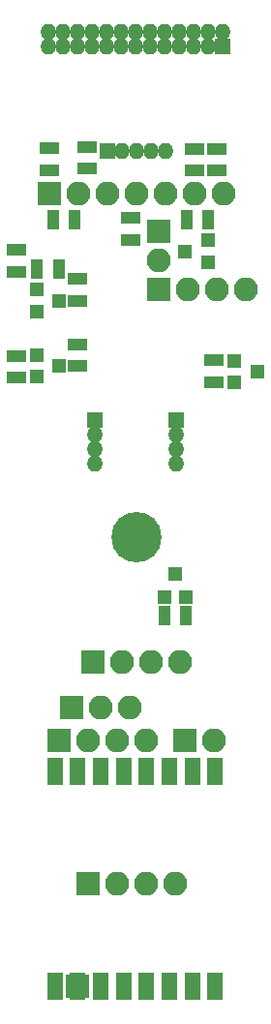
<source format=gts>
G04 #@! TF.FileFunction,Soldermask,Top*
%FSLAX46Y46*%
G04 Gerber Fmt 4.6, Leading zero omitted, Abs format (unit mm)*
G04 Created by KiCad (PCBNEW 4.0.7) date 06/01/18 18:40:32*
%MOMM*%
%LPD*%
G01*
G04 APERTURE LIST*
%ADD10C,0.100000*%
%ADD11C,4.400000*%
%ADD12R,2.100000X2.100000*%
%ADD13O,2.100000X2.100000*%
%ADD14R,1.400000X1.400000*%
%ADD15O,1.400000X1.400000*%
%ADD16R,1.300000X1.200000*%
%ADD17R,1.200000X1.300000*%
%ADD18R,1.700000X1.100000*%
%ADD19R,1.100000X1.700000*%
%ADD20R,1.450000X2.350000*%
G04 APERTURE END LIST*
D10*
D11*
X38250000Y-75000000D03*
D12*
X40160000Y-53368000D03*
D13*
X42700000Y-53368000D03*
X45240000Y-53368000D03*
X47780000Y-53368000D03*
D14*
X45770000Y-32100000D03*
D15*
X45770000Y-30830000D03*
X44500000Y-32100000D03*
X44500000Y-30830000D03*
X43230000Y-32100000D03*
X43230000Y-30830000D03*
X41960000Y-32100000D03*
X41960000Y-30830000D03*
X40690000Y-32100000D03*
X40690000Y-30830000D03*
X39420000Y-32100000D03*
X39420000Y-30830000D03*
X38150000Y-32100000D03*
X38150000Y-30830000D03*
X36880000Y-32100000D03*
X36880000Y-30830000D03*
X35610000Y-32100000D03*
X35610000Y-30830000D03*
X34340000Y-32100000D03*
X34340000Y-30830000D03*
X33070000Y-32100000D03*
X33070000Y-30830000D03*
X31800000Y-32100000D03*
X31800000Y-30830000D03*
X30530000Y-32100000D03*
X30530000Y-30830000D03*
D12*
X33048000Y-114323000D03*
D14*
X34572000Y-64798000D03*
D15*
X34572000Y-66068000D03*
X34572000Y-67338000D03*
X34572000Y-68608000D03*
D14*
X41684000Y-64798000D03*
D15*
X41684000Y-66068000D03*
X41684000Y-67338000D03*
X41684000Y-68608000D03*
D12*
X30630000Y-44930000D03*
D13*
X33170000Y-44930000D03*
X35710000Y-44930000D03*
X38250000Y-44930000D03*
X40790000Y-44930000D03*
X43330000Y-44930000D03*
X45870000Y-44930000D03*
D12*
X42500000Y-92750000D03*
D13*
X45040000Y-92750000D03*
D12*
X31500000Y-92750000D03*
D13*
X34040000Y-92750000D03*
X36580000Y-92750000D03*
X39120000Y-92750000D03*
D12*
X32540000Y-89944000D03*
D13*
X35080000Y-89944000D03*
X37620000Y-89944000D03*
D16*
X29492000Y-59088000D03*
X29492000Y-60988000D03*
X31492000Y-60038000D03*
X46796000Y-59596000D03*
X46796000Y-61496000D03*
X48796000Y-60546000D03*
X44500000Y-50950000D03*
X44500000Y-49050000D03*
X42500000Y-50000000D03*
D17*
X40670000Y-80220000D03*
X42570000Y-80220000D03*
X41620000Y-78220000D03*
D16*
X29492000Y-53368000D03*
X29492000Y-55268000D03*
X31492000Y-54318000D03*
D18*
X33048000Y-60033000D03*
X33048000Y-58133000D03*
X27714000Y-61049000D03*
X27714000Y-59149000D03*
X44986000Y-61430000D03*
X44986000Y-59530000D03*
D19*
X44539000Y-47272000D03*
X42639000Y-47272000D03*
X42550000Y-81860000D03*
X40650000Y-81860000D03*
D18*
X33048000Y-54318000D03*
X33048000Y-52418000D03*
D19*
X31458000Y-51590000D03*
X29558000Y-51590000D03*
D18*
X27714000Y-49878000D03*
X27714000Y-51778000D03*
X43335000Y-41054000D03*
X43335000Y-42954000D03*
X45240000Y-42954000D03*
X45240000Y-41054000D03*
X33937000Y-40861000D03*
X33937000Y-42761000D03*
X37747000Y-47084000D03*
X37747000Y-48984000D03*
X30635000Y-40988000D03*
X30635000Y-42888000D03*
D20*
X45112000Y-95480000D03*
X43112000Y-95480000D03*
X41112000Y-95480000D03*
X39112000Y-95480000D03*
X37112000Y-95480000D03*
X35112000Y-95480000D03*
X33112000Y-95480000D03*
X31112000Y-95480000D03*
X31112000Y-114280000D03*
X33112000Y-114280000D03*
X35112000Y-114280000D03*
X37112000Y-114280000D03*
X39112000Y-114280000D03*
X41112000Y-114280000D03*
X43112000Y-114280000D03*
X45112000Y-114280000D03*
D12*
X40160000Y-48288000D03*
D13*
X40160000Y-50828000D03*
D19*
X30955000Y-47272000D03*
X32855000Y-47272000D03*
D14*
X35710000Y-41200000D03*
D15*
X36980000Y-41200000D03*
X38250000Y-41200000D03*
X39520000Y-41200000D03*
X40790000Y-41200000D03*
D12*
X34440000Y-85900000D03*
D13*
X36980000Y-85900000D03*
X39520000Y-85900000D03*
X42060000Y-85900000D03*
D12*
X34040000Y-105350000D03*
D13*
X36580000Y-105350000D03*
X39120000Y-105350000D03*
X41660000Y-105350000D03*
M02*

</source>
